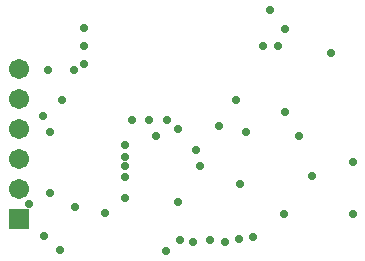
<source format=gbs>
%FSTAX23Y23*%
%MOIN*%
%SFA1B1*%

%IPPOS*%
%ADD63C,0.067060*%
%ADD64R,0.067060X0.067060*%
%ADD65C,0.027690*%
%LNsrt-wren-25-22-v103-1*%
%LPD*%
G54D63*
X00062Y0075D03*
Y0065D03*
Y0055D03*
Y0045D03*
Y0035D03*
G54D64*
X00062Y0025D03*
G54D65*
X00496Y00578D03*
X00556D03*
X00415Y00496D03*
X00144Y00592D03*
X00593Y00547D03*
X00945Y00264D03*
X01175Y00439D03*
X00415Y00389D03*
Y00319D03*
Y00454D03*
Y00424D03*
X0025Y00289D03*
X00205Y00644D03*
X00245Y00744D03*
X0028Y00764D03*
Y00824D03*
Y00884D03*
X0016Y00744D03*
X0052Y00524D03*
X0073Y00559D03*
X00665Y00424D03*
X0082Y00539D03*
X01175Y00264D03*
X00995Y00524D03*
X008Y00364D03*
X00785Y00644D03*
X00165Y00334D03*
Y00539D03*
X0035Y00269D03*
X0095Y00605D03*
X00654Y00477D03*
X00925Y00824D03*
X00948Y00882D03*
X00875Y00824D03*
X00843Y00187D03*
X01102Y00803D03*
X0104Y00393D03*
X00594Y00306D03*
X00642Y00172D03*
X0075Y00171D03*
X00554Y00143D03*
X00601Y0018D03*
X00701D03*
X00797Y00181D03*
X00198Y00145D03*
X00147Y00193D03*
X00097Y003D03*
X00441Y00579D03*
X00901Y00944D03*
M02*
</source>
